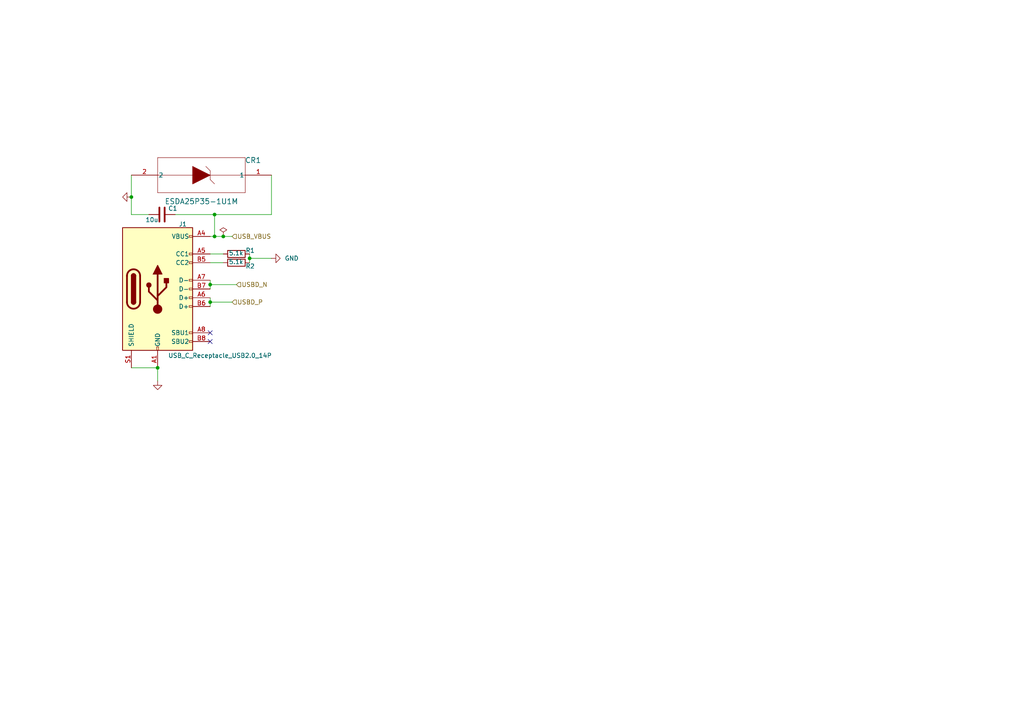
<source format=kicad_sch>
(kicad_sch (version 20250114) (generator "eeschema") (generator_version "9.0")
  (paper "A4")
  (title_block (title "Weltkatze") (date "2025-02-25") (rev "1"))
  (lib_symbols
    (symbol "Connector:USB_C_Receptacle_USB2.0_16P" (pin_names (offset 1.016))
      (property "Reference" "J" (at 0 22.225 0))
      (property "Value" "USB_C_Receptacle_USB2.0_16P" (at 0 19.685 0))
      (symbol "USB_C_Receptacle_USB2.0_16P_0_0"
        (rectangle (start -0.254 -17.78) (end 0.254 -16.764))
        (rectangle (start 10.16 15.494) (end 9.144 14.986))
        (rectangle (start 10.16 10.414) (end 9.144 9.906))
        (rectangle (start 10.16 7.874) (end 9.144 7.366))
        (rectangle (start 10.16 2.794) (end 9.144 2.286))
        (rectangle (start 10.16 0.254) (end 9.144 -0.254))
        (rectangle (start 10.16 -2.286) (end 9.144 -2.794))
        (rectangle (start 10.16 -4.826) (end 9.144 -5.334))
        (rectangle (start 10.16 -12.446) (end 9.144 -12.954))
        (rectangle (start 10.16 -14.986) (end 9.144 -15.494))
      )
      (symbol "USB_C_Receptacle_USB2.0_16P_0_1"
        (rectangle (start -10.16 17.78) (end 10.16 -17.78) (stroke (width 0.254)) (fill (type background)))
        (polyline (pts (xy -8.89 -3.81) (xy -8.89 3.81)) (stroke (width 0.508)))
        (rectangle (start -7.62 -3.81) (end -6.35 3.81) (stroke (width 0.254)) (fill (type outline)))
        (arc (start -7.62 3.81) (mid -6.985 4.4423) (end -6.35 3.81) (stroke (width 0.254)))
        (arc (start -7.62 3.81) (mid -6.985 4.4423) (end -6.35 3.81) (stroke (width 0.254)) (fill (type outline)))
        (arc (start -8.89 3.81) (mid -6.985 5.7067) (end -5.08 3.81) (stroke (width 0.508)))
        (arc (start -5.08 -3.81) (mid -6.985 -5.7067) (end -8.89 -3.81) (stroke (width 0.508)))
        (arc (start -6.35 -3.81) (mid -6.985 -4.4423) (end -7.62 -3.81) (stroke (width 0.254)))
        (arc (start -6.35 -3.81) (mid -6.985 -4.4423) (end -7.62 -3.81) (stroke (width 0.254)) (fill (type outline)))
        (polyline (pts (xy -5.08 3.81) (xy -5.08 -3.81)) (stroke (width 0.508)))
        (circle (center -2.54 1.143) (radius 0.635) (stroke (width 0.254)) (fill (type outline)))
        (polyline (pts (xy -1.27 4.318) (xy 0 6.858) (xy 1.27 4.318) (xy -1.27 4.318)) (stroke (width 0.254)) (fill (type outline)))
        (polyline (pts (xy 0 -2.032) (xy 2.54 0.508) (xy 2.54 1.778)) (stroke (width 0.508)))
        (polyline (pts (xy 0 -3.302) (xy -2.54 -0.762) (xy -2.54 0.508)) (stroke (width 0.508)))
        (polyline (pts (xy 0 -5.842) (xy 0 4.318)) (stroke (width 0.508)))
        (circle (center 0 -5.842) (radius 1.27) (fill (type outline)))
        (rectangle (start 1.905 1.778) (end 3.175 3.048) (stroke (width 0.254)) (fill (type outline)))
      )
      (symbol "USB_C_Receptacle_USB2.0_16P_1_1"
        (pin passive line (at -7.62 -22.86 90) (length 5.08) (name "SHIELD") (number "S1"))
        (pin passive line (at 0 -22.86 90) (length 5.08) (name "GND") (number "A1"))
        (pin passive line (at 0 -22.86 90) (length 5.08) (hide yes) (name "GND") (number "A12"))
        (pin passive line (at 0 -22.86 90) (length 5.08) (hide yes) (name "GND") (number "B1"))
        (pin passive line (at 0 -22.86 90) (length 5.08) (hide yes) (name "GND") (number "B12"))
        (pin passive line (at 15.24 15.24 180) (length 5.08) (name "VBUS") (number "A4"))
        (pin passive line (at 15.24 15.24 180) (length 5.08) (hide yes) (name "VBUS") (number "A9"))
        (pin passive line (at 15.24 15.24 180) (length 5.08) (hide yes) (name "VBUS") (number "B4"))
        (pin passive line (at 15.24 15.24 180) (length 5.08) (hide yes) (name "VBUS") (number "B9"))
        (pin bidirectional line (at 15.24 10.16 180) (length 5.08) (name "CC1") (number "A5"))
        (pin bidirectional line (at 15.24 7.62 180) (length 5.08) (name "CC2") (number "B5"))
        (pin bidirectional line (at 15.24 2.54 180) (length 5.08) (name "D-") (number "A7"))
        (pin bidirectional line (at 15.24 0 180) (length 5.08) (name "D-") (number "B7"))
        (pin bidirectional line (at 15.24 -2.54 180) (length 5.08) (name "D+") (number "A6"))
        (pin bidirectional line (at 15.24 -5.08 180) (length 5.08) (name "D+") (number "B6"))
        (pin bidirectional line (at 15.24 -12.7 180) (length 5.08) (name "SBU1") (number "A8"))
        (pin bidirectional line (at 15.24 -15.24 180) (length 5.08) (name "SBU2") (number "B8"))
      )
    )
    (symbol "Device:C" (pin_numbers (hide yes)) (pin_names (offset 0.254))
      (property "Reference" "C" (at 0.635 2.54 0))
      (property "Value" "C" (at 0.635 -2.54 0))
      (symbol "C_0_1"
        (polyline (pts (xy -2.032 0.762) (xy 2.032 0.762)) (stroke (width 0.508)))
        (polyline (pts (xy -2.032 -0.762) (xy 2.032 -0.762)) (stroke (width 0.508)))
      )
      (symbol "C_1_1"
        (pin passive line (at 0 3.81 270) (length 2.794) (name "~") (number "1"))
        (pin passive line (at 0 -3.81 90) (length 2.794) (name "~") (number "2"))
      )
    )
    (symbol "Device:R" (pin_numbers (hide yes)) (pin_names (offset 0))
      (property "Reference" "R" (at 2.032 0 90))
      (property "Value" "R" (at 0 0 90))
      (symbol "R_0_1"
        (rectangle (start -1.016 -2.54) (end 1.016 2.54) (stroke (width 0.254)))
      )
      (symbol "R_1_1"
        (pin passive line (at 0 3.81 270) (length 1.27) (name "~") (number "1"))
        (pin passive line (at 0 -3.81 90) (length 1.27) (name "~") (number "2"))
      )
    )
    (symbol "ESDA25P35:ESDA25P35-1U1M" (pin_names (offset 0.254))
      (property "Reference" "CR" (at 20.32 10.16 0))
      (property "Value" "ESDA25P35-1U1M" (at 20.32 7.62 0))
      (symbol "ESDA25P35-1U1M_0_1"
        (polyline (pts (xy 7.62 5.08) (xy 7.62 -5.08)) (stroke (width 0.127)))
        (polyline (pts (xy 7.62 0) (xy 33.02 0)) (stroke (width 0.127)))
        (polyline (pts (xy 7.62 -5.08) (xy 33.02 -5.08)) (stroke (width 0.127)))
        (polyline (pts (xy 17.78 1.27) (xy 16.51 2.54)) (stroke (width 0.127)))
        (polyline (pts (xy 17.78 1.27) (xy 17.78 -1.27)) (stroke (width 0.127)))
        (polyline (pts (xy 17.78 0) (xy 22.86 -2.54)) (stroke (width 0.127)))
        (polyline (pts (xy 17.78 0) (xy 22.86 2.54) (xy 22.86 -2.54)) (fill (type outline)))
        (polyline (pts (xy 19.05 -2.54) (xy 17.78 -1.27)) (stroke (width 0.127)))
        (polyline (pts (xy 22.86 2.54) (xy 17.78 0)) (stroke (width 0.127)))
        (polyline (pts (xy 22.86 -2.54) (xy 22.86 2.54)) (stroke (width 0.127)))
        (polyline (pts (xy 33.02 5.08) (xy 7.62 5.08)) (stroke (width 0.127)))
        (polyline (pts (xy 33.02 -5.08) (xy 33.02 5.08)) (stroke (width 0.127)))
        (pin unspecified line (at 0 0 0) (length 7.62) (name "1") (number "1"))
        (pin unspecified line (at 40.64 0 180) (length 7.62) (name "2") (number "2"))
      )
    )
    (symbol "power:GND" (power) (pin_numbers (hide yes)) (pin_names (offset 0) (hide yes))
      (property "Value" "GND" (at 0 -3.81 0))
      (symbol "GND_0_1"
        (polyline (pts (xy 0 0) (xy 0 -1.27) (xy 1.27 -1.27) (xy 0 -2.54) (xy -1.27 -1.27) (xy 0 -1.27)))
      )
      (symbol "GND_1_1"
        (pin power_in line (at 0 0 270) (length 0) (name "~") (number "1"))
      )
    )
    (symbol "power:PWR_FLAG" (power) (pin_numbers (hide yes)) (pin_names (offset 0) (hide yes))
      (property "Value" "PWR_FLAG" (at 0 3.81 0))
      (symbol "PWR_FLAG_0_0"
        (pin power_out line (at 0 0 90) (length 0) (name "~") (number "1"))
      )
      (symbol "PWR_FLAG_0_1"
        (polyline (pts (xy 0 0) (xy 0 1.27) (xy -1.016 1.905) (xy 0 2.54) (xy 1.016 1.905) (xy 0 1.27)))
      )
    )
  )
  (junction (at 60.96 82.55))
  (junction (at 45.72 106.68))
  (junction (at 62.23 68.58))
  (junction (at 38.1 57.15))
  (junction (at 72.39 74.93))
  (junction (at 62.23 62.23))
  (junction (at 64.77 68.58))
  (junction (at 60.96 87.63))
  (no_connect (at 60.96 99.06))
  (no_connect (at 60.96 96.52))
  (wire (pts (xy 60.96 87.63) (xy 67.31 87.63)))
  (wire (pts (xy 64.77 76.2) (xy 60.96 76.2)))
  (wire (pts (xy 38.1 106.68) (xy 45.72 106.68)))
  (wire (pts (xy 60.96 87.63) (xy 60.96 86.36)))
  (wire (pts (xy 60.96 88.9) (xy 60.96 87.63)))
  (wire (pts (xy 72.39 74.93) (xy 72.39 73.66)))
  (wire (pts (xy 78.74 62.23) (xy 62.23 62.23)))
  (wire (pts (xy 78.74 74.93) (xy 72.39 74.93)))
  (wire (pts (xy 60.96 82.55) (xy 60.96 81.28)))
  (wire (pts (xy 38.1 50.8) (xy 38.1 57.15)))
  (wire (pts (xy 62.23 62.23) (xy 50.8 62.23)))
  (wire (pts (xy 78.74 50.8) (xy 78.74 62.23)))
  (wire (pts (xy 60.96 83.82) (xy 60.96 82.55)))
  (wire (pts (xy 64.77 68.58) (xy 67.31 68.58)))
  (wire (pts (xy 64.77 73.66) (xy 60.96 73.66)))
  (wire (pts (xy 60.96 82.55) (xy 68.58 82.55)))
  (wire (pts (xy 62.23 68.58) (xy 62.23 62.23)))
  (wire (pts (xy 62.23 68.58) (xy 60.96 68.58)))
  (wire (pts (xy 62.23 68.58) (xy 64.77 68.58)))
  (wire (pts (xy 38.1 62.23) (xy 43.18 62.23)))
  (wire (pts (xy 45.72 110.49) (xy 45.72 106.68)))
  (wire (pts (xy 38.1 57.15) (xy 38.1 62.23)))
  (wire (pts (xy 72.39 76.2) (xy 72.39 74.93)))
  (hierarchical_label "USB_VBUS" (shape input) (at 67.31 68.58 0))
  (hierarchical_label "USBD_N" (shape input) (at 68.58 82.55 0))
  (hierarchical_label "USBD_P" (shape input) (at 67.31 87.63 0))
  (symbol (lib_id "Connector:USB_C_Receptacle_USB2.0_16P") (at 45.72 83.82 0) (unit 1)
    (property "Reference" "J1" (at 51.816 65.024 0) (effects (justify left)))
    (property "Value" "USB_C_Receptacle_USB2.0_14P" (at 48.768 103.124 0) (effects (justify left)))
    (property "Footprint" "Connector_USB:USB_C_Receptacle_HCTL_HC-TYPE-C-16P-01A" (effects (hide yes)))
    (property "Datasheet" "https://www.usb.org/sites/default/files/documents/usb_type-c.zip" (effects (hide yes)))
    (property "Description" "USB 2.0-only 16P Type-C Receptacle connector" (effects (hide yes)))
  )
  (symbol (lib_id "power:PWR_FLAG") (at 64.77 68.58 0) (unit 1)
    (property "Reference" "#FLG2" (effects (hide yes)))
    (property "Value" "PWR_FLAG" (effects (hide yes)))
    (property "Description" "Special symbol for telling ERC where power comes from" (effects (hide yes)))
  )
  (symbol (lib_id "ESDA25P35:ESDA25P35-1U1M") (at 78.74 50.8 180) (unit 1)
    (property "Reference" "CR1" (at 73.406 46.482 0) (effects (font (size 1.524 1.524))))
    (property "Value" "ESDA25P35-1U1M" (at 58.42 58.42 0) (effects (font (size 1.524 1.524))))
    (property "Footprint" "lib:QFN1610_STM-M" (effects (hide yes)))
    (property "Datasheet" "ESDA25P35-1U1M" (effects (hide yes)))
  )
  (symbol (lib_id "power:GND") (at 45.72 110.49 0) (unit 1)
    (property "Reference" "#PWR2" (effects (hide yes)))
    (property "Value" "GND" (effects (hide yes)))
    (property "Description" "Power symbol creates a global label with name \"GND\" , ground" (effects (hide yes)))
  )
  (symbol (lib_id "Device:R") (at 68.58 76.2 90) (unit 1)
    (property "Reference" "R2" (at 73.914 77.216 90) (effects (justify left)))
    (property "Value" "5.1k" (at 70.612 75.946 90) (effects (justify left)))
    (property "Footprint" "Resistor_SMD:R_0603_1608Metric" (effects (hide yes)))
    (property "Description" "Resistor" (effects (hide yes)))
  )
  (symbol (lib_id "Device:C") (at 46.99 62.23 270) (unit 1)
    (property "Reference" "C1" (at 48.768 60.452 90) (effects (justify left)))
    (property "Value" "10u" (at 42.164 63.754 90) (effects (justify left)))
    (property "Footprint" "Capacitor_SMD:C_0603_1608Metric" (effects (hide yes)))
    (property "Description" "Unpolarized capacitor" (effects (hide yes)))
  )
  (symbol (lib_id "Device:R") (at 68.58 73.66 90) (unit 1)
    (property "Reference" "R1" (at 73.914 72.644 90) (effects (justify left)))
    (property "Value" "5.1k" (at 70.612 73.406 90) (effects (justify left)))
    (property "Footprint" "Resistor_SMD:R_0603_1608Metric" (effects (hide yes)))
    (property "Description" "Resistor" (effects (hide yes)))
  )
  (symbol (lib_id "power:GND") (at 78.74 74.93 90) (unit 1)
    (property "Reference" "#PWR3" (effects (hide yes)))
    (property "Value" "GND" (at 82.55 74.9301 90) (effects (justify right)))
    (property "Description" "Power symbol creates a global label with name \"GND\" , ground" (effects (hide yes)))
  )
  (symbol (lib_id "power:GND") (at 38.1 57.15 270) (unit 1)
    (property "Reference" "#PWR1" (effects (hide yes)))
    (property "Value" "GND" (effects (hide yes)))
    (property "Description" "Power symbol creates a global label with name \"GND\" , ground" (effects (hide yes)))
  )
)
</source>
